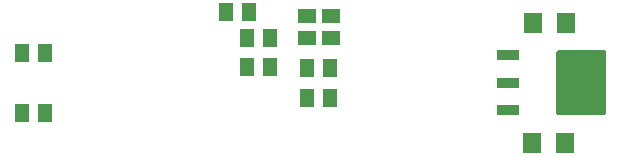
<source format=gbr>
G04 EAGLE Gerber RS-274X export*
G75*
%MOMM*%
%FSLAX34Y34*%
%LPD*%
%INSolderpaste Bottom*%
%IPPOS*%
%AMOC8*
5,1,8,0,0,1.08239X$1,22.5*%
G01*
%ADD10R,1.500000X1.300000*%
%ADD11R,1.600000X1.800000*%
%ADD12R,1.300000X1.500000*%
%ADD13R,1.900000X0.900000*%
%ADD14R,1.900000X3.200000*%

G36*
X546118Y86871D02*
X546118Y86871D01*
X546136Y86869D01*
X546318Y86890D01*
X546501Y86909D01*
X546518Y86914D01*
X546535Y86916D01*
X546710Y86973D01*
X546886Y87027D01*
X546901Y87035D01*
X546918Y87041D01*
X547078Y87131D01*
X547240Y87219D01*
X547253Y87230D01*
X547269Y87239D01*
X547408Y87359D01*
X547549Y87476D01*
X547560Y87490D01*
X547574Y87502D01*
X547686Y87647D01*
X547801Y87790D01*
X547809Y87806D01*
X547820Y87820D01*
X547902Y87985D01*
X547987Y88147D01*
X547992Y88164D01*
X548000Y88181D01*
X548047Y88359D01*
X548098Y88534D01*
X548100Y88552D01*
X548104Y88569D01*
X548131Y88900D01*
X548131Y139700D01*
X548130Y139709D01*
X548131Y139717D01*
X548130Y139725D01*
X548131Y139736D01*
X548110Y139918D01*
X548091Y140101D01*
X548086Y140118D01*
X548084Y140135D01*
X548027Y140310D01*
X547973Y140486D01*
X547965Y140501D01*
X547959Y140518D01*
X547869Y140678D01*
X547781Y140840D01*
X547770Y140853D01*
X547761Y140869D01*
X547641Y141008D01*
X547524Y141149D01*
X547510Y141160D01*
X547498Y141174D01*
X547353Y141286D01*
X547210Y141401D01*
X547194Y141409D01*
X547180Y141420D01*
X547015Y141502D01*
X546853Y141587D01*
X546836Y141592D01*
X546820Y141600D01*
X546641Y141647D01*
X546466Y141698D01*
X546448Y141700D01*
X546431Y141704D01*
X546100Y141731D01*
X508000Y141731D01*
X507982Y141729D01*
X507964Y141731D01*
X507782Y141710D01*
X507599Y141691D01*
X507582Y141686D01*
X507565Y141684D01*
X507390Y141627D01*
X507214Y141573D01*
X507199Y141565D01*
X507182Y141559D01*
X507022Y141469D01*
X506860Y141381D01*
X506847Y141370D01*
X506831Y141361D01*
X506692Y141241D01*
X506551Y141124D01*
X506540Y141110D01*
X506527Y141098D01*
X506414Y140953D01*
X506299Y140810D01*
X506291Y140794D01*
X506280Y140780D01*
X506198Y140615D01*
X506113Y140453D01*
X506108Y140436D01*
X506100Y140420D01*
X506053Y140241D01*
X506002Y140066D01*
X506000Y140048D01*
X505996Y140031D01*
X505969Y139700D01*
X505969Y88900D01*
X505971Y88882D01*
X505969Y88864D01*
X505990Y88682D01*
X506009Y88499D01*
X506014Y88482D01*
X506016Y88465D01*
X506073Y88290D01*
X506127Y88114D01*
X506135Y88099D01*
X506141Y88082D01*
X506231Y87922D01*
X506319Y87760D01*
X506330Y87747D01*
X506339Y87731D01*
X506459Y87592D01*
X506576Y87451D01*
X506590Y87440D01*
X506602Y87427D01*
X506747Y87314D01*
X506890Y87199D01*
X506906Y87191D01*
X506920Y87180D01*
X507085Y87098D01*
X507247Y87013D01*
X507264Y87008D01*
X507281Y87000D01*
X507459Y86953D01*
X507634Y86902D01*
X507652Y86900D01*
X507669Y86896D01*
X508000Y86869D01*
X546100Y86869D01*
X546118Y86871D01*
G37*
D10*
X294640Y151790D03*
X294640Y170790D03*
D11*
X485110Y63500D03*
X513110Y63500D03*
D12*
X295300Y101600D03*
X314300Y101600D03*
X295300Y127000D03*
X314300Y127000D03*
D10*
X314960Y151790D03*
X314960Y170790D03*
D12*
X245720Y173990D03*
X226720Y173990D03*
D11*
X486380Y165100D03*
X514380Y165100D03*
D13*
X464800Y91300D03*
X464800Y114300D03*
X464800Y137300D03*
D14*
X525800Y114300D03*
D12*
X73000Y88900D03*
X54000Y88900D03*
X73000Y139700D03*
X54000Y139700D03*
X263500Y151700D03*
X263500Y127700D03*
X244500Y127700D03*
X244500Y151700D03*
M02*

</source>
